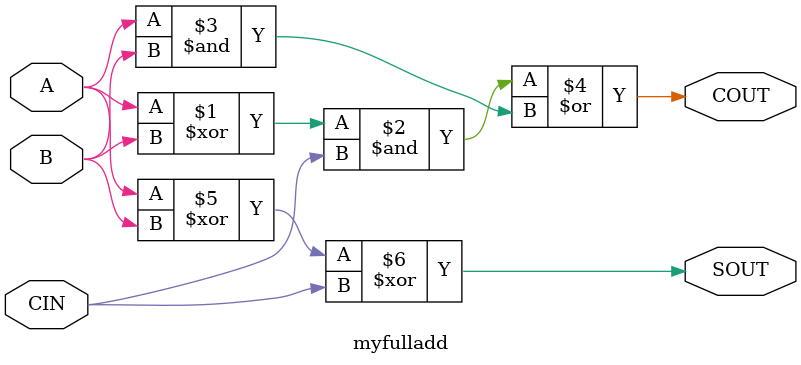
<source format=v>
module myfulladd(A, B, CIN, COUT, SOUT);
	input A, B, CIN;
	output COUT, SOUT;
	
	assign COUT = ((A ^ B) & CIN) | (A & B);
	assign SOUT = (A ^ B) ^ CIN;
endmodule
</source>
